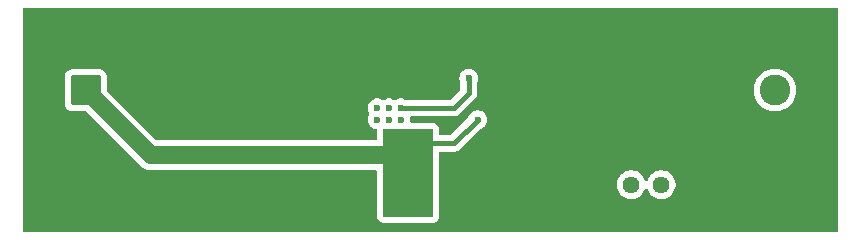
<source format=gbr>
%TF.GenerationSoftware,KiCad,Pcbnew,9.0.6*%
%TF.CreationDate,2026-01-20T00:14:11+05:30*%
%TF.ProjectId,buck_conv_lmr51430,6275636b-5f63-46f6-9e76-5f6c6d723531,rev?*%
%TF.SameCoordinates,Original*%
%TF.FileFunction,Copper,L2,Bot*%
%TF.FilePolarity,Positive*%
%FSLAX46Y46*%
G04 Gerber Fmt 4.6, Leading zero omitted, Abs format (unit mm)*
G04 Created by KiCad (PCBNEW 9.0.6) date 2026-01-20 00:14:11*
%MOMM*%
%LPD*%
G01*
G04 APERTURE LIST*
G04 Aperture macros list*
%AMRoundRect*
0 Rectangle with rounded corners*
0 $1 Rounding radius*
0 $2 $3 $4 $5 $6 $7 $8 $9 X,Y pos of 4 corners*
0 Add a 4 corners polygon primitive as box body*
4,1,4,$2,$3,$4,$5,$6,$7,$8,$9,$2,$3,0*
0 Add four circle primitives for the rounded corners*
1,1,$1+$1,$2,$3*
1,1,$1+$1,$4,$5*
1,1,$1+$1,$6,$7*
1,1,$1+$1,$8,$9*
0 Add four rect primitives between the rounded corners*
20,1,$1+$1,$2,$3,$4,$5,0*
20,1,$1+$1,$4,$5,$6,$7,0*
20,1,$1+$1,$6,$7,$8,$9,0*
20,1,$1+$1,$8,$9,$2,$3,0*%
G04 Aperture macros list end*
%TA.AperFunction,ComponentPad*%
%ADD10C,1.440000*%
%TD*%
%TA.AperFunction,ComponentPad*%
%ADD11RoundRect,0.250000X-1.050000X1.050000X-1.050000X-1.050000X1.050000X-1.050000X1.050000X1.050000X0*%
%TD*%
%TA.AperFunction,ComponentPad*%
%ADD12C,2.600000*%
%TD*%
%TA.AperFunction,ComponentPad*%
%ADD13RoundRect,0.250000X1.050000X-1.050000X1.050000X1.050000X-1.050000X1.050000X-1.050000X-1.050000X0*%
%TD*%
%TA.AperFunction,ViaPad*%
%ADD14C,0.600000*%
%TD*%
%TA.AperFunction,Conductor*%
%ADD15C,1.500000*%
%TD*%
%TA.AperFunction,Conductor*%
%ADD16C,0.400000*%
%TD*%
G04 APERTURE END LIST*
D10*
%TO.P,RV1,1,1*%
%TO.N,unconnected-(RV1-Pad1)*%
X174540000Y-95500000D03*
%TO.P,RV1,2,2*%
%TO.N,Net-(R2-Pad2)*%
X172000000Y-95500000D03*
%TO.P,RV1,3,3*%
%TO.N,GND*%
X169460000Y-95500000D03*
%TD*%
D11*
%TO.P,J1,1,Pin_1*%
%TO.N,/VIN*%
X125827500Y-87500000D03*
D12*
%TO.P,J1,2,Pin_2*%
%TO.N,GND*%
X125827500Y-92500000D03*
%TD*%
D13*
%TO.P,J2,1,Pin_1*%
%TO.N,GND*%
X184172500Y-92500000D03*
D12*
%TO.P,J2,2,Pin_2*%
%TO.N,/VOUT*%
X184172500Y-87500000D03*
%TD*%
D14*
%TO.N,GND*%
X187500000Y-97500000D03*
X130000000Y-87500000D03*
X187500000Y-90000000D03*
X127500000Y-97500000D03*
X154500000Y-86500000D03*
X158500000Y-94500000D03*
X175500000Y-92500000D03*
X174500000Y-92500000D03*
X140000000Y-95000000D03*
X155500000Y-86500000D03*
X187500000Y-85000000D03*
X130000000Y-95000000D03*
X187500000Y-82500000D03*
X163000000Y-89500000D03*
X159500000Y-94500000D03*
X172500000Y-82500000D03*
X175000000Y-85000000D03*
X122500000Y-97500000D03*
X137500000Y-97500000D03*
X122500000Y-87500000D03*
X140000000Y-87500000D03*
X172500000Y-85000000D03*
X156500000Y-86500000D03*
X125000000Y-97500000D03*
X182500000Y-82500000D03*
X132500000Y-82500000D03*
X145000000Y-97500000D03*
X122500000Y-92500000D03*
X162500000Y-97500000D03*
X162000000Y-87500000D03*
X130000000Y-82500000D03*
X132500000Y-90000000D03*
X140000000Y-90000000D03*
X165000000Y-97500000D03*
X180000000Y-92500000D03*
X122500000Y-85000000D03*
X180000000Y-85000000D03*
X187500000Y-95000000D03*
X159500000Y-93500000D03*
X158500000Y-96500000D03*
X142500000Y-95000000D03*
X155500000Y-87500000D03*
X142500000Y-90000000D03*
X156500000Y-87500000D03*
X167500000Y-85000000D03*
X158500000Y-97500000D03*
X165000000Y-82500000D03*
X142500000Y-87500000D03*
X130000000Y-97500000D03*
X185000000Y-82500000D03*
X177500000Y-82500000D03*
X158500000Y-92500000D03*
X182500000Y-85000000D03*
X145000000Y-95000000D03*
X170000000Y-85000000D03*
X168500000Y-92500000D03*
X177500000Y-92500000D03*
X158500000Y-93500000D03*
X140000000Y-97500000D03*
X132500000Y-97500000D03*
X169500000Y-92500000D03*
X130000000Y-85000000D03*
X185000000Y-97500000D03*
X170000000Y-82500000D03*
X175000000Y-82500000D03*
X182500000Y-97500000D03*
X187500000Y-92500000D03*
X135000000Y-97500000D03*
X135000000Y-82500000D03*
X135000000Y-95000000D03*
X147500000Y-97500000D03*
X171500000Y-92500000D03*
X177500000Y-85000000D03*
X122500000Y-90000000D03*
X180000000Y-82500000D03*
X132500000Y-87500000D03*
X127500000Y-82500000D03*
X163000000Y-87500000D03*
X162000000Y-88500000D03*
X122500000Y-95000000D03*
X132500000Y-95000000D03*
X142500000Y-97500000D03*
X122500000Y-82500000D03*
X125000000Y-82500000D03*
X159500000Y-92500000D03*
X172500000Y-92500000D03*
X132500000Y-85000000D03*
X187500000Y-87500000D03*
X167500000Y-82500000D03*
X162000000Y-89500000D03*
X137500000Y-95000000D03*
X163000000Y-88500000D03*
X154500000Y-87500000D03*
X147500000Y-95000000D03*
%TO.N,/VIN*%
X152500000Y-92000000D03*
X152500000Y-94000000D03*
X159000000Y-90000000D03*
X151500000Y-94000000D03*
X152500000Y-93000000D03*
X151500000Y-92000000D03*
X151500000Y-93000000D03*
%TO.N,/SW*%
X152500000Y-89000000D03*
X150500000Y-90000000D03*
X151500000Y-90000000D03*
X150500000Y-89000000D03*
X158250000Y-86500000D03*
X151500000Y-89000000D03*
X152500000Y-90000000D03*
%TD*%
D15*
%TO.N,/VIN*%
X131327500Y-93000000D02*
X125827500Y-87500000D01*
D16*
X159000000Y-90000000D02*
X157000000Y-92000000D01*
D15*
X151500000Y-93000000D02*
X131327500Y-93000000D01*
D16*
X157000000Y-92000000D02*
X152500000Y-92000000D01*
%TO.N,/SW*%
X157000000Y-89000000D02*
X152500000Y-89000000D01*
X158250000Y-86500000D02*
X158250000Y-87750000D01*
X158250000Y-87750000D02*
X157000000Y-89000000D01*
%TD*%
%TA.AperFunction,Conductor*%
%TO.N,GND*%
G36*
X189442539Y-80520185D02*
G01*
X189488294Y-80572989D01*
X189499500Y-80624500D01*
X189499500Y-99375500D01*
X189479815Y-99442539D01*
X189427011Y-99488294D01*
X189375500Y-99499500D01*
X120624500Y-99499500D01*
X120557461Y-99479815D01*
X120511706Y-99427011D01*
X120500500Y-99375500D01*
X120500500Y-86399983D01*
X124027000Y-86399983D01*
X124027000Y-88600001D01*
X124027001Y-88600018D01*
X124037500Y-88702796D01*
X124037501Y-88702799D01*
X124058609Y-88766498D01*
X124092686Y-88869334D01*
X124184788Y-89018656D01*
X124308844Y-89142712D01*
X124458166Y-89234814D01*
X124624703Y-89289999D01*
X124727491Y-89300500D01*
X125808163Y-89300499D01*
X125875202Y-89320184D01*
X125895844Y-89336818D01*
X130512855Y-93953829D01*
X130672095Y-94069524D01*
X130754954Y-94111742D01*
X130847469Y-94158882D01*
X130847471Y-94158882D01*
X130847474Y-94158884D01*
X130947818Y-94191487D01*
X131034673Y-94219709D01*
X131229078Y-94250500D01*
X131229083Y-94250500D01*
X131229084Y-94250500D01*
X131425917Y-94250500D01*
X150370500Y-94250500D01*
X150437539Y-94270185D01*
X150483294Y-94322989D01*
X150494500Y-94374500D01*
X150494500Y-98126000D01*
X150494501Y-98126009D01*
X150506052Y-98233450D01*
X150506054Y-98233462D01*
X150517260Y-98284972D01*
X150551383Y-98387497D01*
X150551386Y-98387503D01*
X150629171Y-98508537D01*
X150629179Y-98508548D01*
X150674923Y-98561340D01*
X150674926Y-98561343D01*
X150674930Y-98561347D01*
X150783664Y-98655567D01*
X150783667Y-98655568D01*
X150783668Y-98655569D01*
X150877925Y-98698616D01*
X150914541Y-98715338D01*
X150981580Y-98735023D01*
X150981584Y-98735024D01*
X151124000Y-98755500D01*
X151124003Y-98755500D01*
X155125990Y-98755500D01*
X155126000Y-98755500D01*
X155233456Y-98743947D01*
X155284967Y-98732741D01*
X155319197Y-98721347D01*
X155387497Y-98698616D01*
X155387501Y-98698613D01*
X155387504Y-98698613D01*
X155508543Y-98620825D01*
X155561347Y-98575070D01*
X155655567Y-98466336D01*
X155715338Y-98335459D01*
X155735023Y-98268420D01*
X155735024Y-98268416D01*
X155755500Y-98126000D01*
X155755500Y-95403945D01*
X170779500Y-95403945D01*
X170779500Y-95596054D01*
X170809553Y-95785802D01*
X170868916Y-95968506D01*
X170868918Y-95968509D01*
X170956135Y-96139681D01*
X171069055Y-96295102D01*
X171204898Y-96430945D01*
X171360319Y-96543865D01*
X171531491Y-96631082D01*
X171531493Y-96631083D01*
X171622845Y-96660764D01*
X171714199Y-96690447D01*
X171903945Y-96720500D01*
X171903946Y-96720500D01*
X172096054Y-96720500D01*
X172096055Y-96720500D01*
X172285801Y-96690447D01*
X172468509Y-96631082D01*
X172639681Y-96543865D01*
X172795102Y-96430945D01*
X172930945Y-96295102D01*
X173043865Y-96139681D01*
X173131082Y-95968509D01*
X173131084Y-95968504D01*
X173152069Y-95903919D01*
X173191506Y-95846243D01*
X173255864Y-95819044D01*
X173324711Y-95830958D01*
X173376187Y-95878202D01*
X173387931Y-95903919D01*
X173408915Y-95968504D01*
X173408918Y-95968509D01*
X173496135Y-96139681D01*
X173609055Y-96295102D01*
X173744898Y-96430945D01*
X173900319Y-96543865D01*
X174071491Y-96631082D01*
X174071493Y-96631083D01*
X174162845Y-96660764D01*
X174254199Y-96690447D01*
X174443945Y-96720500D01*
X174443946Y-96720500D01*
X174636054Y-96720500D01*
X174636055Y-96720500D01*
X174825801Y-96690447D01*
X175008509Y-96631082D01*
X175179681Y-96543865D01*
X175335102Y-96430945D01*
X175470945Y-96295102D01*
X175583865Y-96139681D01*
X175671082Y-95968509D01*
X175730447Y-95785801D01*
X175760500Y-95596055D01*
X175760500Y-95403945D01*
X175730447Y-95214199D01*
X175700424Y-95121797D01*
X175671083Y-95031493D01*
X175583864Y-94860318D01*
X175470945Y-94704898D01*
X175335102Y-94569055D01*
X175179681Y-94456135D01*
X175008506Y-94368916D01*
X174825802Y-94309553D01*
X174730928Y-94294526D01*
X174636055Y-94279500D01*
X174443945Y-94279500D01*
X174380696Y-94289517D01*
X174254197Y-94309553D01*
X174071493Y-94368916D01*
X173900318Y-94456135D01*
X173811645Y-94520560D01*
X173744898Y-94569055D01*
X173744896Y-94569057D01*
X173744895Y-94569057D01*
X173609057Y-94704895D01*
X173609057Y-94704896D01*
X173609055Y-94704898D01*
X173560560Y-94771645D01*
X173496135Y-94860318D01*
X173408916Y-95031493D01*
X173387931Y-95096081D01*
X173348494Y-95153756D01*
X173284135Y-95180955D01*
X173215289Y-95169041D01*
X173163813Y-95121797D01*
X173152069Y-95096081D01*
X173131083Y-95031493D01*
X173043864Y-94860318D01*
X172930945Y-94704898D01*
X172795102Y-94569055D01*
X172639681Y-94456135D01*
X172468506Y-94368916D01*
X172285802Y-94309553D01*
X172190928Y-94294526D01*
X172096055Y-94279500D01*
X171903945Y-94279500D01*
X171840696Y-94289517D01*
X171714197Y-94309553D01*
X171531493Y-94368916D01*
X171360318Y-94456135D01*
X171271645Y-94520560D01*
X171204898Y-94569055D01*
X171204896Y-94569057D01*
X171204895Y-94569057D01*
X171069057Y-94704895D01*
X171069057Y-94704896D01*
X171069055Y-94704898D01*
X171020560Y-94771645D01*
X170956135Y-94860318D01*
X170868916Y-95031493D01*
X170809553Y-95214197D01*
X170779500Y-95403945D01*
X155755500Y-95403945D01*
X155755500Y-92824500D01*
X155775185Y-92757461D01*
X155827989Y-92711706D01*
X155879500Y-92700500D01*
X157068996Y-92700500D01*
X157160040Y-92682389D01*
X157204328Y-92673580D01*
X157268069Y-92647177D01*
X157331807Y-92620777D01*
X157331808Y-92620776D01*
X157331811Y-92620775D01*
X157446543Y-92544114D01*
X159194586Y-90796069D01*
X159234810Y-90769192D01*
X159289435Y-90746566D01*
X159379173Y-90709397D01*
X159379176Y-90709395D01*
X159379179Y-90709394D01*
X159510289Y-90621789D01*
X159621789Y-90510289D01*
X159709394Y-90379179D01*
X159769737Y-90233497D01*
X159800500Y-90078842D01*
X159800500Y-89921158D01*
X159800500Y-89921155D01*
X159800499Y-89921153D01*
X159786085Y-89848691D01*
X159769737Y-89766503D01*
X159731248Y-89673581D01*
X159709397Y-89620827D01*
X159709390Y-89620814D01*
X159621789Y-89489711D01*
X159621786Y-89489707D01*
X159510292Y-89378213D01*
X159510288Y-89378210D01*
X159379185Y-89290609D01*
X159379172Y-89290602D01*
X159233501Y-89230264D01*
X159233489Y-89230261D01*
X159078845Y-89199500D01*
X159078842Y-89199500D01*
X158921158Y-89199500D01*
X158921155Y-89199500D01*
X158766510Y-89230261D01*
X158766498Y-89230264D01*
X158620827Y-89290602D01*
X158620814Y-89290609D01*
X158489711Y-89378210D01*
X158489707Y-89378213D01*
X158378213Y-89489707D01*
X158378210Y-89489711D01*
X158290609Y-89620814D01*
X158290604Y-89620823D01*
X158230809Y-89765184D01*
X158203929Y-89805412D01*
X156746162Y-91263181D01*
X156684839Y-91296666D01*
X156658481Y-91299500D01*
X155879500Y-91299500D01*
X155812461Y-91279815D01*
X155766706Y-91227011D01*
X155755500Y-91175500D01*
X155755500Y-90874010D01*
X155755500Y-90874000D01*
X155743947Y-90766544D01*
X155732741Y-90715033D01*
X155730863Y-90709390D01*
X155698616Y-90612502D01*
X155698613Y-90612496D01*
X155620825Y-90491457D01*
X155620820Y-90491451D01*
X155575076Y-90438659D01*
X155575072Y-90438656D01*
X155575070Y-90438653D01*
X155466336Y-90344433D01*
X155466333Y-90344431D01*
X155466331Y-90344430D01*
X155335465Y-90284664D01*
X155335460Y-90284662D01*
X155335459Y-90284662D01*
X155268420Y-90264977D01*
X155268422Y-90264977D01*
X155268417Y-90264976D01*
X155220944Y-90258150D01*
X155126000Y-90244500D01*
X155125998Y-90244500D01*
X153418643Y-90244500D01*
X153351604Y-90224815D01*
X153305849Y-90172011D01*
X153295905Y-90102853D01*
X153297026Y-90096307D01*
X153300500Y-90078843D01*
X153300500Y-89921155D01*
X153300499Y-89921153D01*
X153286086Y-89848691D01*
X153292313Y-89779100D01*
X153335176Y-89723922D01*
X153401066Y-89700678D01*
X153407703Y-89700500D01*
X157068996Y-89700500D01*
X157160040Y-89682389D01*
X157204328Y-89673580D01*
X157268069Y-89647177D01*
X157331807Y-89620777D01*
X157331808Y-89620776D01*
X157331811Y-89620775D01*
X157446543Y-89544114D01*
X158794114Y-88196543D01*
X158870775Y-88081811D01*
X158923580Y-87954328D01*
X158950500Y-87818994D01*
X158950500Y-87681006D01*
X158950500Y-87381995D01*
X182372000Y-87381995D01*
X182372000Y-87618004D01*
X182372001Y-87618020D01*
X182402806Y-87852010D01*
X182463894Y-88079993D01*
X182554214Y-88298045D01*
X182554219Y-88298056D01*
X182625177Y-88420957D01*
X182672227Y-88502450D01*
X182672229Y-88502453D01*
X182672230Y-88502454D01*
X182815906Y-88689697D01*
X182815912Y-88689704D01*
X182982795Y-88856587D01*
X182982802Y-88856593D01*
X182999409Y-88869336D01*
X183170050Y-89000273D01*
X183301418Y-89076118D01*
X183374443Y-89118280D01*
X183374448Y-89118282D01*
X183374451Y-89118284D01*
X183592507Y-89208606D01*
X183820486Y-89269693D01*
X184054489Y-89300500D01*
X184054496Y-89300500D01*
X184290504Y-89300500D01*
X184290511Y-89300500D01*
X184524514Y-89269693D01*
X184752493Y-89208606D01*
X184970549Y-89118284D01*
X185174950Y-89000273D01*
X185362199Y-88856592D01*
X185529092Y-88689699D01*
X185672773Y-88502450D01*
X185790784Y-88298049D01*
X185881106Y-88079993D01*
X185942193Y-87852014D01*
X185973000Y-87618011D01*
X185973000Y-87381989D01*
X185942193Y-87147986D01*
X185881106Y-86920007D01*
X185790784Y-86701951D01*
X185790782Y-86701948D01*
X185790780Y-86701943D01*
X185719707Y-86578842D01*
X185672773Y-86497550D01*
X185529092Y-86310301D01*
X185529087Y-86310295D01*
X185362204Y-86143412D01*
X185362197Y-86143406D01*
X185174954Y-85999730D01*
X185174953Y-85999729D01*
X185174950Y-85999727D01*
X185093457Y-85952677D01*
X184970556Y-85881719D01*
X184970545Y-85881714D01*
X184752493Y-85791394D01*
X184524510Y-85730306D01*
X184290520Y-85699501D01*
X184290517Y-85699500D01*
X184290511Y-85699500D01*
X184054489Y-85699500D01*
X184054483Y-85699500D01*
X184054479Y-85699501D01*
X183820489Y-85730306D01*
X183592506Y-85791394D01*
X183374454Y-85881714D01*
X183374443Y-85881719D01*
X183170045Y-85999730D01*
X182982802Y-86143406D01*
X182982795Y-86143412D01*
X182815912Y-86310295D01*
X182815906Y-86310302D01*
X182672230Y-86497545D01*
X182554219Y-86701943D01*
X182554214Y-86701954D01*
X182463894Y-86920006D01*
X182402806Y-87147989D01*
X182372001Y-87381979D01*
X182372000Y-87381995D01*
X158950500Y-87381995D01*
X158950500Y-86925316D01*
X158959939Y-86877864D01*
X159019735Y-86733501D01*
X159019737Y-86733497D01*
X159050500Y-86578842D01*
X159050500Y-86421158D01*
X159050500Y-86421155D01*
X159050499Y-86421153D01*
X159025844Y-86297204D01*
X159019737Y-86266503D01*
X159019735Y-86266498D01*
X158959397Y-86120827D01*
X158959390Y-86120814D01*
X158871789Y-85989711D01*
X158871786Y-85989707D01*
X158760292Y-85878213D01*
X158760288Y-85878210D01*
X158629185Y-85790609D01*
X158629172Y-85790602D01*
X158483501Y-85730264D01*
X158483489Y-85730261D01*
X158328845Y-85699500D01*
X158328842Y-85699500D01*
X158171158Y-85699500D01*
X158171155Y-85699500D01*
X158016510Y-85730261D01*
X158016498Y-85730264D01*
X157870827Y-85790602D01*
X157870814Y-85790609D01*
X157739711Y-85878210D01*
X157739707Y-85878213D01*
X157628213Y-85989707D01*
X157628210Y-85989711D01*
X157540609Y-86120814D01*
X157540602Y-86120827D01*
X157480264Y-86266498D01*
X157480261Y-86266510D01*
X157449500Y-86421153D01*
X157449500Y-86578846D01*
X157480261Y-86733489D01*
X157480264Y-86733501D01*
X157540061Y-86877864D01*
X157549500Y-86925316D01*
X157549500Y-87408481D01*
X157529815Y-87475520D01*
X157513181Y-87496162D01*
X156746162Y-88263181D01*
X156684839Y-88296666D01*
X156658481Y-88299500D01*
X152925316Y-88299500D01*
X152877864Y-88290061D01*
X152733501Y-88230264D01*
X152733489Y-88230261D01*
X152578845Y-88199500D01*
X152578842Y-88199500D01*
X152421158Y-88199500D01*
X152421155Y-88199500D01*
X152266510Y-88230261D01*
X152266498Y-88230264D01*
X152120827Y-88290602D01*
X152120814Y-88290609D01*
X152068891Y-88325304D01*
X152002214Y-88346182D01*
X151934833Y-88327698D01*
X151931109Y-88325304D01*
X151879185Y-88290609D01*
X151879172Y-88290602D01*
X151733501Y-88230264D01*
X151733489Y-88230261D01*
X151578845Y-88199500D01*
X151578842Y-88199500D01*
X151421158Y-88199500D01*
X151421155Y-88199500D01*
X151266510Y-88230261D01*
X151266498Y-88230264D01*
X151120827Y-88290602D01*
X151120814Y-88290609D01*
X151068891Y-88325304D01*
X151002214Y-88346182D01*
X150934833Y-88327698D01*
X150931109Y-88325304D01*
X150879185Y-88290609D01*
X150879172Y-88290602D01*
X150733501Y-88230264D01*
X150733489Y-88230261D01*
X150578845Y-88199500D01*
X150578842Y-88199500D01*
X150421158Y-88199500D01*
X150421155Y-88199500D01*
X150266510Y-88230261D01*
X150266498Y-88230264D01*
X150120827Y-88290602D01*
X150120814Y-88290609D01*
X149989711Y-88378210D01*
X149989707Y-88378213D01*
X149878213Y-88489707D01*
X149878210Y-88489711D01*
X149790609Y-88620814D01*
X149790602Y-88620827D01*
X149730264Y-88766498D01*
X149730261Y-88766510D01*
X149699500Y-88921153D01*
X149699500Y-89078846D01*
X149730261Y-89233489D01*
X149730264Y-89233501D01*
X149790602Y-89379172D01*
X149790609Y-89379185D01*
X149825304Y-89431109D01*
X149846182Y-89497786D01*
X149827698Y-89565167D01*
X149825304Y-89568891D01*
X149790609Y-89620814D01*
X149790602Y-89620827D01*
X149730264Y-89766498D01*
X149730261Y-89766510D01*
X149699500Y-89921153D01*
X149699500Y-90078846D01*
X149730261Y-90233489D01*
X149730264Y-90233501D01*
X149790602Y-90379172D01*
X149790609Y-90379185D01*
X149878210Y-90510288D01*
X149878213Y-90510292D01*
X149989707Y-90621786D01*
X149989711Y-90621789D01*
X150120814Y-90709390D01*
X150120827Y-90709397D01*
X150258777Y-90766537D01*
X150266503Y-90769737D01*
X150314799Y-90779343D01*
X150394691Y-90795236D01*
X150456602Y-90827621D01*
X150491177Y-90888337D01*
X150494500Y-90916853D01*
X150494500Y-91625500D01*
X150474815Y-91692539D01*
X150422011Y-91738294D01*
X150370500Y-91749500D01*
X131896836Y-91749500D01*
X131829797Y-91729815D01*
X131809155Y-91713181D01*
X127664318Y-87568344D01*
X127630833Y-87507021D01*
X127627999Y-87480663D01*
X127627999Y-86399998D01*
X127627998Y-86399981D01*
X127617499Y-86297203D01*
X127617498Y-86297200D01*
X127607324Y-86266498D01*
X127562314Y-86130666D01*
X127470212Y-85981344D01*
X127346156Y-85857288D01*
X127239324Y-85791394D01*
X127196836Y-85765187D01*
X127196831Y-85765185D01*
X127195362Y-85764698D01*
X127030297Y-85710001D01*
X127030295Y-85710000D01*
X126927510Y-85699500D01*
X124727498Y-85699500D01*
X124727481Y-85699501D01*
X124624703Y-85710000D01*
X124624700Y-85710001D01*
X124458168Y-85765185D01*
X124458163Y-85765187D01*
X124308842Y-85857289D01*
X124184789Y-85981342D01*
X124092687Y-86130663D01*
X124092685Y-86130668D01*
X124088462Y-86143412D01*
X124037501Y-86297203D01*
X124037501Y-86297204D01*
X124037500Y-86297204D01*
X124027000Y-86399983D01*
X120500500Y-86399983D01*
X120500500Y-80624500D01*
X120520185Y-80557461D01*
X120572989Y-80511706D01*
X120624500Y-80500500D01*
X189375500Y-80500500D01*
X189442539Y-80520185D01*
G37*
%TD.AperFunction*%
%TD*%
%TA.AperFunction,Conductor*%
%TO.N,/VIN*%
G36*
X151241636Y-90759437D02*
G01*
X151266503Y-90769737D01*
X151266510Y-90769738D01*
X151266511Y-90769739D01*
X151421153Y-90800499D01*
X151421156Y-90800500D01*
X151421158Y-90800500D01*
X151578844Y-90800500D01*
X151578845Y-90800499D01*
X151689408Y-90778507D01*
X151733488Y-90769739D01*
X151733488Y-90769738D01*
X151733497Y-90769737D01*
X151758363Y-90759437D01*
X151805811Y-90750000D01*
X152194189Y-90750000D01*
X152241636Y-90759437D01*
X152266503Y-90769737D01*
X152266510Y-90769738D01*
X152266511Y-90769739D01*
X152421153Y-90800499D01*
X152421156Y-90800500D01*
X152421158Y-90800500D01*
X152578844Y-90800500D01*
X152578845Y-90800499D01*
X152689408Y-90778507D01*
X152733488Y-90769739D01*
X152733488Y-90769738D01*
X152733497Y-90769737D01*
X152758363Y-90759437D01*
X152805811Y-90750000D01*
X155126000Y-90750000D01*
X155193039Y-90769685D01*
X155238794Y-90822489D01*
X155250000Y-90874000D01*
X155250000Y-98126000D01*
X155230315Y-98193039D01*
X155177511Y-98238794D01*
X155126000Y-98250000D01*
X151124000Y-98250000D01*
X151056961Y-98230315D01*
X151011206Y-98177511D01*
X151000000Y-98126000D01*
X151000000Y-90874000D01*
X151002550Y-90865314D01*
X151001262Y-90856353D01*
X151012240Y-90832312D01*
X151019685Y-90806961D01*
X151026525Y-90801033D01*
X151030287Y-90792797D01*
X151052521Y-90778507D01*
X151072489Y-90761206D01*
X151083003Y-90758918D01*
X151089065Y-90755023D01*
X151124000Y-90750000D01*
X151194189Y-90750000D01*
X151241636Y-90759437D01*
G37*
%TD.AperFunction*%
%TD*%
M02*

</source>
